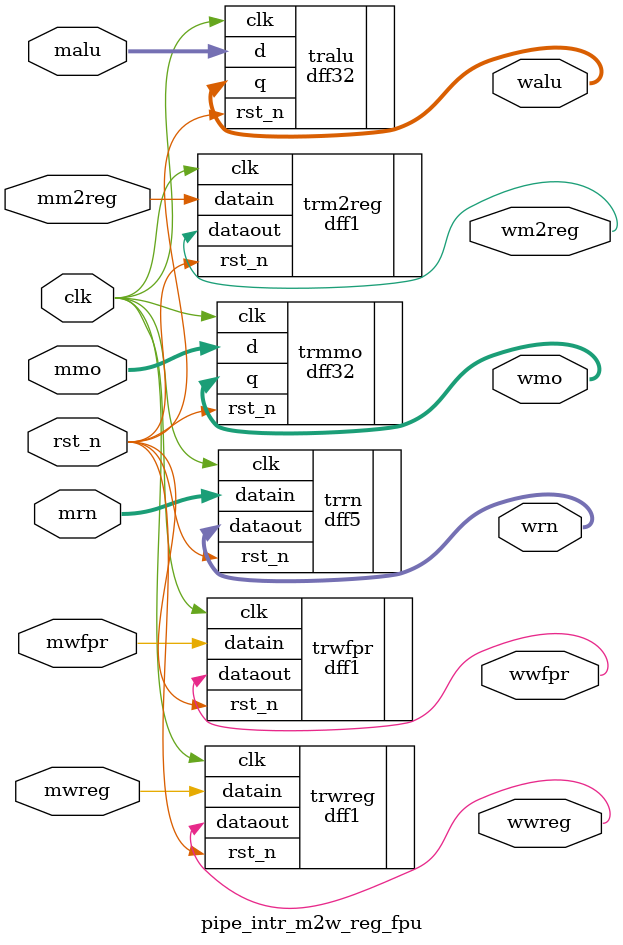
<source format=v>
module pipe_intr_m2w_reg_fpu (clk,rst_n,mwreg,mm2reg,mmo,malu,mrn,wwreg,wm2reg,wmo,wrn,walu,mwfpr,wwfpr);
	input clk,rst_n;
	input mwreg,mm2reg;
	input [31:0] mmo,malu;
	input [4:0] mrn;
    input mwfpr;
	output wwreg,wm2reg;
	output [31:0] wmo,walu;
	output [4:0] wrn;
    output wwfpr;

	dff1 trwfpr (.clk(clk),.rst_n(rst_n),.datain(mwfpr),.dataout(wwfpr));
	dff1 trwreg (.clk(clk),.rst_n(rst_n),.datain(mwreg),.dataout(wwreg));
	dff1 trm2reg (.clk(clk),.rst_n(rst_n),.datain(mm2reg),.dataout(wm2reg));
	dff32 trmmo (.clk(clk),.rst_n(rst_n),.d(mmo),.q(wmo));
	dff32 tralu (.clk(clk),.rst_n(rst_n),.d(malu),.q(walu));
	dff5 trrn (.clk(clk),.rst_n(rst_n),.datain(mrn),.dataout(wrn));
endmodule


</source>
